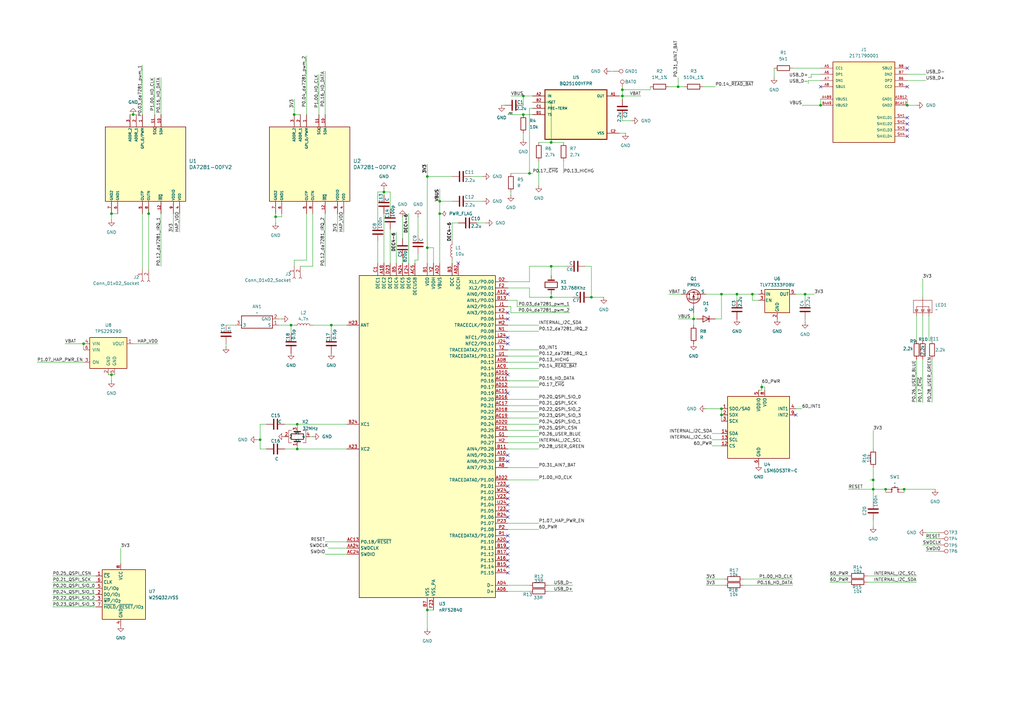
<source format=kicad_sch>
(kicad_sch (version 20250114) (generator "eeschema") (generator_version "9.0")
  (paper "A3")
  (title_block (title "Hapsole_Smart_Device") (date "2025-06-04") (rev "Rev 1.2.0") (company "Hapsole"))
  (junction (at 358.14 200.66))
  (junction (at 175.26 250.19))
  (junction (at 295.91 170.18))
  (junction (at 175.26 101.6))
  (junction (at 284.48 130.81))
  (junction (at 45.72 153.67))
  (junction (at 214.63 46.99))
  (junction (at 226.06 109.22))
  (junction (at 217.17 71.12))
  (junction (at 214.63 39.37))
  (junction (at 255.27 36.83))
  (junction (at 312.42 158.75))
  (junction (at 278.13 35.56))
  (junction (at 106.68 180.34))
  (junction (at 336.55 43.18))
  (junction (at 34.29 140.97))
  (junction (at 295.91 120.65))
  (junction (at 175.26 72.39))
  (junction (at 60.96 87.63))
  (junction (at 308.61 120.65))
  (junction (at 358.14 196.85))
  (junction (at 180.34 82.55))
  (junction (at 120.65 46.99))
  (junction (at 295.91 167.64))
  (junction (at 363.22 200.66))
  (junction (at 121.92 184.15))
  (junction (at 372.11 43.18))
  (junction (at 119.38 133.35))
  (junction (at 157.48 78.74))
  (junction (at 226.06 58.42))
  (junction (at 45.72 87.63))
  (junction (at 54.61 46.99))
  (junction (at 255.27 39.37))
  (junction (at 113.03 88.9))
  (junction (at 121.92 173.99))
  (junction (at 180.34 87.63))
  (junction (at 370.84 200.66))
  (junction (at 242.57 121.92))
  (junction (at 226.06 121.92))
  (junction (at 135.89 133.35))
  (junction (at 330.2 120.65))
  (junction (at 302.26 120.65))
  (no_connect (at 372.11 50.8))
  (no_connect (at 372.11 53.34))
  (no_connect (at 326.39 170.18))
  (no_connect (at 208.28 204.47))
  (no_connect (at 208.28 234.95))
  (no_connect (at 208.28 140.97))
  (no_connect (at 208.28 227.33))
  (no_connect (at 187.96 107.95))
  (no_connect (at 208.28 189.23))
  (no_connect (at 208.28 232.41))
  (no_connect (at 372.11 27.94))
  (no_connect (at 208.28 219.71))
  (no_connect (at 208.28 229.87))
  (no_connect (at 208.28 222.25))
  (no_connect (at 208.28 128.27))
  (no_connect (at 372.11 48.26))
  (no_connect (at 208.28 130.81))
  (no_connect (at 208.28 212.09))
  (no_connect (at 336.55 35.56))
  (no_connect (at 208.28 186.69))
  (no_connect (at 208.28 161.29))
  (no_connect (at 372.11 35.56))
  (no_connect (at 208.28 224.79))
  (no_connect (at 372.11 55.88))
  (no_connect (at 208.28 199.39))
  (no_connect (at 208.28 120.65))
  (no_connect (at 208.28 201.93))
  (no_connect (at 208.28 209.55))
  (no_connect (at 208.28 153.67))
  (no_connect (at 208.28 207.01))
  (no_connect (at 208.28 138.43))
  (wire (pts (xy 198.12 82.55) (xy 193.04 82.55)))
  (wire (pts (xy 220.98 166.37) (xy 208.28 166.37)))
  (wire (pts (xy 209.55 125.73) (xy 208.28 125.73)))
  (wire (pts (xy 208.28 46.99) (xy 214.63 46.99)))
  (wire (pts (xy 328.93 167.64) (xy 326.39 167.64)))
  (wire (pts (xy 185.42 91.44) (xy 187.96 91.44)))
  (wire (pts (xy 58.42 26.67) (xy 58.42 46.99)))
  (wire (pts (xy 208.28 118.11) (xy 217.17 118.11)))
  (wire (pts (xy 381 139.7) (xy 382.27 139.7)))
  (wire (pts (xy 157.48 78.74) (xy 154.94 78.74)))
  (wire (pts (xy 205.74 43.18) (xy 207.01 43.18)))
  (wire (pts (xy 284.48 133.35) (xy 284.48 130.81)))
  (wire (pts (xy 331.47 31.75) (xy 332.74 31.75)))
  (wire (pts (xy 45.72 153.67) (xy 44.45 153.67)))
  (wire (pts (xy 332.74 30.48) (xy 336.55 30.48)))
  (wire (pts (xy 128.27 87.63) (xy 128.27 109.22)))
  (wire (pts (xy 255.27 40.64) (xy 255.27 39.37)))
  (wire (pts (xy 217.17 242.57) (xy 208.28 242.57)))
  (wire (pts (xy 217.17 240.03) (xy 208.28 240.03)))
  (wire (pts (xy 106.68 180.34) (xy 106.68 184.15)))
  (wire (pts (xy 180.34 87.63) (xy 180.34 107.95)))
  (wire (pts (xy 114.3 133.35) (xy 119.38 133.35)))
  (wire (pts (xy 125.73 106.68) (xy 125.73 87.63)))
  (wire (pts (xy 106.68 173.99) (xy 109.22 173.99)))
  (wire (pts (xy 375.92 238.76) (xy 355.6 238.76)))
  (wire (pts (xy 381 129.54) (xy 381 139.7)))
  (wire (pts (xy 370.84 200.66) (xy 383.54 200.66)))
  (wire (pts (xy 214.63 46.99) (xy 218.44 46.99)))
  (wire (pts (xy 293.37 130.81) (xy 295.91 130.81)))
  (wire (pts (xy 328.93 43.18) (xy 336.55 43.18)))
  (wire (pts (xy 363.22 200.66) (xy 363.22 201.93)))
  (wire (pts (xy 292.1 182.88) (xy 295.91 182.88)))
  (wire (pts (xy 217.17 115.57) (xy 217.17 109.22)))
  (wire (pts (xy 312.42 158.75) (xy 313.69 158.75)))
  (wire (pts (xy 375.92 43.18) (xy 372.11 43.18)))
  (wire (pts (xy 295.91 130.81) (xy 295.91 120.65)))
  (wire (pts (xy 60.96 85.09) (xy 60.96 87.63)))
  (wire (pts (xy 247.65 121.92) (xy 242.57 121.92)))
  (wire (pts (xy 154.94 78.74) (xy 154.94 91.44)))
  (wire (pts (xy 379.73 33.02) (xy 372.11 33.02)))
  (wire (pts (xy 312.42 158.75) (xy 312.42 160.02)))
  (wire (pts (xy 121.92 182.88) (xy 121.92 184.15)))
  (wire (pts (xy 185.42 82.55) (xy 180.34 82.55)))
  (wire (pts (xy 231.14 58.42) (xy 226.06 58.42)))
  (wire (pts (xy 220.98 143.51) (xy 208.28 143.51)))
  (wire (pts (xy 234.95 240.03) (xy 224.79 240.03)))
  (wire (pts (xy 53.34 46.99) (xy 54.61 46.99)))
  (wire (pts (xy 255.27 39.37) (xy 262.89 39.37)))
  (wire (pts (xy 312.42 160.02) (xy 311.15 160.02)))
  (wire (pts (xy 358.14 205.74) (xy 358.14 200.66)))
  (wire (pts (xy 274.32 120.65) (xy 279.4 120.65)))
  (wire (pts (xy 358.14 176.53) (xy 358.14 184.15)))
  (wire (pts (xy 113.03 91.44) (xy 113.03 88.9)))
  (wire (pts (xy 193.04 72.39) (xy 198.12 72.39)))
  (wire (pts (xy 66.04 31.75) (xy 66.04 46.99)))
  (wire (pts (xy 220.98 179.07) (xy 208.28 179.07)))
  (wire (pts (xy 358.14 196.85) (xy 358.14 200.66)))
  (wire (pts (xy 121.92 184.15) (xy 142.24 184.15)))
  (wire (pts (xy 106.68 173.99) (xy 106.68 180.34)))
  (wire (pts (xy 175.26 67.31) (xy 175.26 72.39)))
  (wire (pts (xy 347.98 200.66) (xy 358.14 200.66)))
  (wire (pts (xy 130.81 30.48) (xy 130.81 46.99)))
  (wire (pts (xy 133.35 109.22) (xy 133.35 87.63)))
  (wire (pts (xy 54.61 46.99) (xy 55.88 46.99)))
  (wire (pts (xy 325.12 237.49) (xy 304.8 237.49)))
  (wire (pts (xy 175.26 257.81) (xy 175.26 250.19)))
  (wire (pts (xy 311.15 123.19) (xy 308.61 123.19)))
  (wire (pts (xy 167.64 87.63) (xy 167.64 107.95)))
  (wire (pts (xy 142.24 173.99) (xy 121.92 173.99)))
  (wire (pts (xy 21.59 246.38) (xy 39.37 246.38)))
  (wire (pts (xy 92.71 142.24) (xy 92.71 140.97)))
  (wire (pts (xy 21.59 238.76) (xy 39.37 238.76)))
  (wire (pts (xy 45.72 153.67) (xy 46.99 153.67)))
  (wire (pts (xy 115.57 130.81) (xy 114.3 130.81)))
  (wire (pts (xy 34.29 143.51) (xy 34.29 140.97)))
  (wire (pts (xy 284.48 130.81) (xy 285.75 130.81)))
  (wire (pts (xy 325.12 240.03) (xy 304.8 240.03)))
  (wire (pts (xy 217.17 44.45) (xy 217.17 71.12)))
  (wire (pts (xy 289.56 237.49) (xy 297.18 237.49)))
  (wire (pts (xy 220.98 184.15) (xy 208.28 184.15)))
  (wire (pts (xy 63.5 31.75) (xy 63.5 46.99)))
  (wire (pts (xy 340.36 238.76) (xy 347.98 238.76)))
  (wire (pts (xy 336.55 40.64) (xy 336.55 43.18)))
  (wire (pts (xy 233.68 125.73) (xy 212.09 125.73)))
  (wire (pts (xy 232.41 109.22) (xy 226.06 109.22)))
  (wire (pts (xy 125.73 22.86) (xy 125.73 46.99)))
  (wire (pts (xy 119.38 133.35) (xy 120.65 133.35)))
  (wire (pts (xy 379.73 220.98) (xy 384.81 220.98)))
  (wire (pts (xy 331.47 34.29) (xy 331.47 33.02)))
  (wire (pts (xy 199.39 91.44) (xy 195.58 91.44)))
  (wire (pts (xy 106.68 184.15) (xy 109.22 184.15)))
  (wire (pts (xy 209.55 78.74) (xy 209.55 80.01)))
  (wire (pts (xy 209.55 128.27) (xy 209.55 125.73)))
  (wire (pts (xy 66.04 109.22) (xy 66.04 87.63)))
  (wire (pts (xy 175.26 250.19) (xy 177.8 250.19)))
  (wire (pts (xy 332.74 31.75) (xy 332.74 30.48)))
  (wire (pts (xy 209.55 39.37) (xy 214.63 39.37)))
  (wire (pts (xy 58.42 110.49) (xy 58.42 87.63)))
  (wire (pts (xy 295.91 120.65) (xy 302.26 120.65)))
  (wire (pts (xy 331.47 33.02) (xy 336.55 33.02)))
  (wire (pts (xy 278.13 35.56) (xy 280.67 35.56)))
  (wire (pts (xy 312.42 157.48) (xy 312.42 158.75)))
  (wire (pts (xy 208.28 163.83) (xy 220.98 163.83)))
  (wire (pts (xy 370.84 200.66) (xy 370.84 201.93)))
  (wire (pts (xy 160.02 86.36) (xy 160.02 78.74)))
  (wire (pts (xy 138.43 95.25) (xy 138.43 87.63)))
  (wire (pts (xy 356.87 196.85) (xy 358.14 196.85)))
  (wire (pts (xy 326.39 120.65) (xy 330.2 120.65)))
  (wire (pts (xy 119.38 137.16) (xy 119.38 133.35)))
  (wire (pts (xy 278.13 31.75) (xy 278.13 35.56)))
  (wire (pts (xy 133.35 29.21) (xy 133.35 46.99)))
  (wire (pts (xy 217.17 44.45) (xy 218.44 44.45)))
  (wire (pts (xy 274.32 35.56) (xy 278.13 35.56)))
  (wire (pts (xy 375.92 139.7) (xy 375.92 129.54)))
  (wire (pts (xy 214.63 39.37) (xy 218.44 39.37)))
  (wire (pts (xy 302.26 123.19) (xy 302.26 120.65)))
  (wire (pts (xy 21.59 236.22) (xy 39.37 236.22)))
  (wire (pts (xy 45.72 90.17) (xy 45.72 87.63)))
  (wire (pts (xy 302.26 120.65) (xy 308.61 120.65)))
  (wire (pts (xy 54.61 140.97) (xy 64.77 140.97)))
  (wire (pts (xy 133.35 222.25) (xy 142.24 222.25)))
  (wire (pts (xy 295.91 167.64) (xy 295.91 170.18)))
  (wire (pts (xy 115.57 87.63) (xy 115.57 88.9)))
  (wire (pts (xy 220.98 168.91) (xy 208.28 168.91)))
  (wire (pts (xy 120.65 46.99) (xy 123.19 46.99)))
  (wire (pts (xy 278.13 130.81) (xy 284.48 130.81)))
  (wire (pts (xy 256.54 54.61) (xy 254 54.61)))
  (wire (pts (xy 217.17 121.92) (xy 226.06 121.92)))
  (wire (pts (xy 379.73 226.06) (xy 384.81 226.06)))
  (wire (pts (xy 135.89 133.35) (xy 142.24 133.35)))
  (wire (pts (xy 217.17 71.12) (xy 209.55 71.12)))
  (wire (pts (xy 295.91 170.18) (xy 295.91 172.72)))
  (wire (pts (xy 375.92 236.22) (xy 355.6 236.22)))
  (wire (pts (xy 140.97 95.25) (xy 140.97 87.63)))
  (wire (pts (xy 233.68 128.27) (xy 209.55 128.27)))
  (wire (pts (xy 220.98 171.45) (xy 208.28 171.45)))
  (wire (pts (xy 234.95 121.92) (xy 226.06 121.92)))
  (wire (pts (xy 185.42 99.06) (xy 185.42 91.44)))
  (wire (pts (xy 212.09 125.73) (xy 212.09 123.19)))
  (wire (pts (xy 218.44 41.91) (xy 226.06 41.91)))
  (wire (pts (xy 242.57 109.22) (xy 242.57 121.92)))
  (wire (pts (xy 292.1 177.8) (xy 295.91 177.8)))
  (wire (pts (xy 208.28 115.57) (xy 217.17 115.57)))
  (wire (pts (xy 220.98 214.63) (xy 208.28 214.63)))
  (wire (pts (xy 134.62 224.79) (xy 142.24 224.79)))
  (wire (pts (xy 171.45 104.14) (xy 171.45 106.68)))
  (wire (pts (xy 49.53 224.79) (xy 49.53 231.14)))
  (wire (pts (xy 325.12 27.94) (xy 336.55 27.94)))
  (wire (pts (xy 15.24 148.59) (xy 34.29 148.59)))
  (wire (pts (xy 135.89 137.16) (xy 135.89 133.35)))
  (wire (pts (xy 220.98 156.21) (xy 208.28 156.21)))
  (wire (pts (xy 289.56 167.64) (xy 295.91 167.64)))
  (wire (pts (xy 177.8 107.95) (xy 177.8 101.6)))
  (wire (pts (xy 154.94 99.06) (xy 154.94 107.95)))
  (wire (pts (xy 255.27 49.53) (xy 255.27 48.26)))
  (wire (pts (xy 330.2 120.65) (xy 334.01 120.65)))
  (wire (pts (xy 177.8 101.6) (xy 175.26 101.6)))
  (wire (pts (xy 220.98 181.61) (xy 208.28 181.61)))
  (wire (pts (xy 26.67 140.97) (xy 34.29 140.97)))
  (wire (pts (xy 21.59 248.92) (xy 39.37 248.92)))
  (wire (pts (xy 358.14 191.77) (xy 358.14 196.85)))
  (wire (pts (xy 313.69 158.75) (xy 313.69 160.02)))
  (wire (pts (xy 379.73 30.48) (xy 372.11 30.48)))
  (wire (pts (xy 171.45 106.68) (xy 170.18 106.68)))
  (wire (pts (xy 378.46 114.3) (xy 378.46 121.92)))
  (wire (pts (xy 214.63 43.18) (xy 214.63 39.37)))
  (wire (pts (xy 92.71 133.35) (xy 96.52 133.35)))
  (wire (pts (xy 284.48 130.81) (xy 284.48 128.27)))
  (wire (pts (xy 162.56 95.25) (xy 162.56 107.95)))
  (wire (pts (xy 242.57 109.22) (xy 240.03 109.22)))
  (wire (pts (xy 175.26 101.6) (xy 175.26 107.95)))
  (wire (pts (xy 378.46 129.54) (xy 378.46 139.7)))
  (wire (pts (xy 71.12 87.63) (xy 71.12 95.25)))
  (wire (pts (xy 226.06 41.91) (xy 226.06 58.42)))
  (wire (pts (xy 157.48 107.95) (xy 157.48 87.63)))
  (wire (pts (xy 220.98 151.13) (xy 208.28 151.13)))
  (wire (pts (xy 220.98 133.35) (xy 208.28 133.35)))
  (wire (pts (xy 133.35 227.33) (xy 142.24 227.33)))
  (wire (pts (xy 226.06 121.92) (xy 226.06 120.65)))
  (wire (pts (xy 170.18 106.68) (xy 170.18 107.95)))
  (wire (pts (xy 185.42 106.68) (xy 185.42 107.95)))
  (wire (pts (xy 220.98 191.77) (xy 208.28 191.77)))
  (wire (pts (xy 217.17 109.22) (xy 226.06 109.22)))
  (wire (pts (xy 73.66 95.25) (xy 73.66 87.63)))
  (wire (pts (xy 165.1 88.9) (xy 165.1 97.79)))
  (wire (pts (xy 218.44 71.12) (xy 217.17 71.12)))
  (wire (pts (xy 45.72 87.63) (xy 48.26 87.63)))
  (wire (pts (xy 226.06 109.22) (xy 226.06 113.03)))
  (wire (pts (xy 220.98 173.99) (xy 208.28 173.99)))
  (wire (pts (xy 157.48 78.74) (xy 157.48 80.01)))
  (wire (pts (xy 220.98 158.75) (xy 208.28 158.75)))
  (wire (pts (xy 157.48 77.47) (xy 157.48 78.74)))
  (wire (pts (xy 212.09 123.19) (xy 208.28 123.19)))
  (wire (pts (xy 220.98 135.89) (xy 208.28 135.89)))
  (wire (pts (xy 266.7 36.83) (xy 255.27 36.83)))
  (wire (pts (xy 116.84 184.15) (xy 121.92 184.15)))
  (wire (pts (xy 266.7 36.83) (xy 266.7 35.56)))
  (wire (pts (xy 224.79 242.57) (xy 234.95 242.57)))
  (wire (pts (xy 308.61 123.19) (xy 308.61 120.65)))
  (wire (pts (xy 116.84 173.99) (xy 121.92 173.99)))
  (wire (pts (xy 250.19 29.21) (xy 251.46 29.21)))
  (wire (pts (xy 220.98 148.59) (xy 208.28 148.59)))
  (wire (pts (xy 372.11 40.64) (xy 372.11 43.18)))
  (wire (pts (xy 120.65 40.64) (xy 120.65 46.99)))
  (wire (pts (xy 21.59 241.3) (xy 39.37 241.3)))
  (wire (pts (xy 175.26 72.39) (xy 175.26 101.6)))
  (wire (pts (xy 21.59 243.84) (xy 39.37 243.84)))
  (wire (pts (xy 289.56 120.65) (xy 295.91 120.65)))
  (wire (pts (xy 330.2 123.19) (xy 330.2 120.65)))
  (wire (pts (xy 375.92 165.1) (xy 375.92 147.32)))
  (wire (pts (xy 226.06 58.42) (xy 220.98 58.42)))
  (wire (pts (xy 123.19 109.22) (xy 128.27 109.22)))
  (wire (pts (xy 317.5 27.94) (xy 317.5 31.75)))
  (wire (pts (xy 382.27 165.1) (xy 382.27 147.32)))
  (wire (pts (xy 45.72 153.67) (xy 45.72 156.21)))
  (wire (pts (xy 160.02 93.98) (xy 160.02 107.95)))
  (wire (pts (xy 105.41 180.34) (xy 106.68 180.34)))
  (wire (pts (xy 165.1 105.41) (xy 165.1 107.95)))
  (wire (pts (xy 217.17 118.11) (xy 217.17 121.92)))
  (wire (pts (xy 293.37 35.56) (xy 288.29 35.56)))
  (wire (pts (xy 60.96 110.49) (xy 60.96 87.63)))
  (wire (pts (xy 358.14 215.9) (xy 358.14 213.36)))
  (wire (pts (xy 378.46 165.1) (xy 378.46 147.32)))
  (wire (pts (xy 113.03 88.9) (xy 113.03 87.63)))
  (wire (pts (xy 289.56 240.03) (xy 297.18 240.03)))
  (wire (pts (xy 254 39.37) (xy 255.27 39.37)))
  (wire (pts (xy 220.98 146.05) (xy 208.28 146.05)))
  (wire (pts (xy 121.92 173.99) (xy 121.92 175.26)))
  (wire (pts (xy 378.46 223.52) (xy 384.81 223.52)))
  (wire (pts (xy 120.65 109.22) (xy 120.65 106.68)))
  (wire (pts (xy 255.27 36.83) (xy 255.27 39.37)))
  (wire (pts (xy 157.48 78.74) (xy 160.02 78.74)))
  (wire (pts (xy 120.65 106.68) (xy 125.73 106.68)))
  (wire (pts (xy 220.98 217.17) (xy 208.28 217.17)))
  (wire (pts (xy 231.14 71.12) (xy 231.14 66.04)))
  (wire (pts (xy 180.34 82.55) (xy 180.34 87.63)))
  (wire (pts (xy 185.42 72.39) (xy 175.26 72.39)))
  (wire (pts (xy 115.57 88.9) (xy 113.03 88.9)))
  (wire (pts (xy 340.36 236.22) (xy 347.98 236.22)))
  (wire (pts (xy 358.14 200.66) (xy 363.22 200.66)))
  (wire (pts (xy 292.1 180.34) (xy 295.91 180.34)))
  (wire (pts (xy 171.45 88.9) (xy 171.45 96.52)))
  (wire (pts (xy 180.34 77.47) (xy 180.34 82.55)))
  (wire (pts (xy 128.27 179.07) (xy 127 179.07)))
  (wire (pts (xy 128.27 133.35) (xy 135.89 133.35)))
  (wire (pts (xy 220.98 76.2) (xy 220.98 66.04)))
  (wire (pts (xy 330.2 132.08) (xy 330.2 130.81)))
  (wire (pts (xy 308.61 120.65) (xy 311.15 120.65)))
  (wire (pts (xy 220.98 176.53) (xy 208.28 176.53)))
  (wire (pts (xy 214.63 57.15) (xy 214.63 54.61)))
  (wire (pts (xy 220.98 196.85) (xy 208.28 196.85)))
  (wire (pts (xy 259.08 49.53) (xy 255.27 49.53)))
  (wire (pts (xy 379.73 218.44) (xy 384.81 218.44)))
  (label "INTERNAL_I2C_SCL" (at 292.1 180.34 180))
  (label "P0.16_HD_DATA" (at 220.98 156.21 0))
  (label "P0.25_QSPI_CSN" (at 220.98 176.53 0))
  (label "P0.31_AIN7_BAT" (at 278.13 31.75 90))
  (label "3V3" (at 289.56 240.03 0))
  (label "P0.25_QSPI_CSN" (at 21.59 236.22 0))
  (label "6D_INT1" (at 328.93 167.64 0))
  (label "P1.00_HD_CLK" (at 63.5 31.75 270))
  (label "SWDCLK" (at 134.62 224.79 180))
  (label "RESET" (at 379.73 220.98 0))
  (label "VBUS" (at 278.13 130.81 0))
  (label "INTERNAL_I2C_SCL" (at 375.92 236.22 180))
  (label "3V3" (at 120.65 40.64 270))
  (label "P0.13_HICHG" (at 220.98 148.59 0))
  (label "6D_INT1" (at 220.98 143.51 0))
  (label "P0.12_da7281_IRQ_2" (at 133.35 109.22 90))
  (label "USB_D-" (at 379.73 30.48 0))
  (label "INTERNAL_I2C_SDA" (at 292.1 177.8 180))
  (label "6D_PWR" (at 340.36 236.22 0))
  (label "VBUS" (at 209.55 39.37 0))
  (label "INTERNAL_I2C_SDA" (at 220.98 133.35 0))
  (label "P0.23_QSPI_SIO_3" (at 220.98 171.45 0))
  (label "6D_PWR" (at 220.98 217.17 0))
  (label "VBUS" (at 180.34 77.47 270) (effects (font (thickness 0.254) (bold yes))))
  (label "SWDIO" (at 133.35 227.33 180))
  (label "P0.14_~{READ_BAT}" (at 293.37 35.56 0))
  (label "3V3" (at 49.53 224.79 0))
  (label "P0.22_QSPI_SIO_2" (at 21.59 246.38 0))
  (label "P0.04_da7281_pwm_2" (at 125.73 22.86 270))
  (label "P0.17_~{CHG}" (at 218.44 71.12 0))
  (label "P0.20_QSPI_SIO_0" (at 21.59 241.3 0))
  (label "P1.00_HD_CLK" (at 220.98 196.85 0))
  (label "6D_PWR" (at 292.1 182.88 180))
  (label "3V3" (at 334.01 120.65 0))
  (label "P0.17_~{CHG}" (at 378.46 165.1 90))
  (label "HAP_VDD" (at 140.97 95.25 90))
  (label "6D_PWR" (at 312.42 157.48 0))
  (label "P1.00_HD_CLK" (at 130.81 30.48 270))
  (label "P0.12_da7281_IRQ_1" (at 220.98 146.05 0))
  (label "P0.31_AIN7_BAT" (at 220.98 191.77 0))
  (label "P0.12_da7281_IRQ_2" (at 220.98 135.89 0))
  (label "USB_D+" (at 379.73 33.02 0))
  (label "3V3" (at 378.46 114.3 0))
  (label "P0.17_~{CHG}" (at 220.98 158.75 0))
  (label "SWDIO" (at 379.73 226.06 0))
  (label "P0.20_QSPI_SIO_0" (at 220.98 163.83 0))
  (label "SWDCLK" (at 378.46 223.52 0))
  (label "P0.22_QSPI_SIO_2" (at 220.98 168.91 0))
  (label "P1.07_HAP_PWR_EN" (at 15.24 148.59 0))
  (label "P0.16_HD_DATA" (at 133.35 29.21 270))
  (label "P1.00_HD_CLK" (at 325.12 237.49 180))
  (label "DEC4-6" (at 185.42 99.06 90) (effects (font (thickness 0.254) (bold yes))))
  (label "VBUS" (at 328.93 43.18 180))
  (label "DEC4-6" (at 162.56 95.25 270) (effects (font (thickness 0.254) (bold yes))))
  (label "DEC4-6" (at 167.64 87.63 270) (effects (font (thickness 0.254) (bold yes))))
  (label "INTERNAL_I2C_SCL" (at 220.98 181.61 0))
  (label "P1.07_HAP_PWR_EN" (at 220.98 214.63 0))
  (label "P0.12_da7281_IRQ_1" (at 66.04 109.22 90))
  (label "P0.24_QSPI_SIO_1" (at 220.98 173.99 0))
  (label "3V3" (at 358.14 176.53 0))
  (label "P0.16_HD_DATA" (at 325.12 240.03 180))
  (label "P0.16_HD_DATA" (at 66.04 31.75 270))
  (label "VBAT" (at 26.67 140.97 0))
  (label "3V3" (at 289.56 237.49 0))
  (label "P0.04_da7281_pwm_2" (at 233.68 128.27 180))
  (label "USB_D+" (at 331.47 31.75 180))
  (label "P0.28_USER_GREEN" (at 220.98 184.15 0))
  (label "3V3" (at 71.12 95.25 90))
  (label "P0.21_QSPI_SCK" (at 220.98 166.37 0))
  (label "3V3" (at 138.43 95.25 90))
  (label "3V3" (at 175.26 67.31 270) (effects (font (thickness 0.254) (bold yes))))
  (label "6D_PWR" (at 340.36 238.76 0))
  (label "P0.21_QSPI_SCK" (at 21.59 238.76 0))
  (label "P0.28_USER_GREEN" (at 382.27 165.1 90))
  (label "{slash}CE" (at 208.28 46.99 0) (effects (font (size 0.635 0.635))))
  (label "HAP_VDD" (at 64.77 140.97 180))
  (label "USB_D+" (at 234.95 242.57 180))
  (label "P0.26_USER_BLUE" (at 375.92 165.1 90))
  (label "P0.03_da7281_pwm_1" (at 58.42 26.67 270))
  (label "P0.26_USER_BLUE" (at 220.98 179.07 0))
  (label "VBAT" (at 274.32 120.65 0))
  (label "USB_D-" (at 234.95 240.03 180))
  (label "P0.03_da7281_pwm_1" (at 233.68 125.73 180))
  (label "VBAT" (at 262.89 39.37 180))
  (label "P0.23_QSPI_SIO_3" (at 21.59 248.92 0))
  (label "INTERNAL_I2C_SDA" (at 375.92 238.76 180))
  (label "USB_D-" (at 331.47 34.29 180))
  (label "P0.24_QSPI_SIO_1" (at 21.59 243.84 0))
  (label "RESET" (at 133.35 222.25 180))
  (label "P0.13_HICHG" (at 231.14 71.12 0))
  (label "HAP_VDD" (at 73.66 95.25 90))
  (label "P0.14_~{READ_BAT}" (at 220.98 151.13 0))
  (label "RESET" (at 347.98 200.66 0))
  (symbol (lib_id "Device:C") (at 154.94 95.25 180) (unit 1)
    (property "Reference" "C8" (at 153.67 92.71 90))
    (property "Value" "100n" (at 155.956 91.44 90))
    (property "Footprint" "Capacitor_SMD:C_0201_0603Metric" (effects (hide yes)))
    (property "Description" "Unpolarized capacitor" (effects (hide yes)))
  )
  (symbol (lib_id "Device:R") (at 375.92 143.51 180) (unit 1)
    (property "Reference" "R9" (at 373.126 139.954 0) (effects (justify right)))
    (property "Value" "2.2k" (at 370.332 143.002 0) (effects (justify right)))
    (property "Footprint" "Resistor_SMD:R_0201_0603Metric" (effects (hide yes)))
    (property "Description" "Resistor" (effects (hide yes)))
  )
  (symbol (lib_id "Device:R") (at 321.31 27.94 90) (unit 1)
    (property "Reference" "R1" (at 321.31 21.59 90))
    (property "Value" "5k1" (at 321.31 24.13 90))
    (property "Footprint" "Resistor_SMD:R_0201_0603Metric" (effects (hide yes)))
    (property "Description" "Resistor" (effects (hide yes)))
  )
  (symbol (lib_id "Connector:TestPoint") (at 384.81 218.44 270) (unit 1)
    (property "Reference" "TP3" (at 389.128 218.44 90) (effects (justify left)))
    (property "Value" "TestPoint" (effects (hide yes)))
    (property "Footprint" "TestPoint:TestPoint_Pad_1.0x1.0mm" (effects (hide yes)))
    (property "Description" "test point" (effects (hide yes)))
  )
  (symbol (lib_id "Arjun_Custom:RGB_LED_P4_1010") (at 381 125.73 270) (unit 1)
    (property "Reference" "LED1" (at 383.54 125.0949 90) (effects (justify left)))
    (property "Value" "~" (at 383.54 127 90) (effects (justify left)))
    (property "Footprint" "Hapsole_Custom:RGB_LED" (effects (hide yes)))
  )
  (symbol (lib_id "Device:R") (at 220.98 240.03 270) (unit 1)
    (property "Reference" "R12" (at 220.98 236.474 90))
    (property "Value" "33R" (at 220.98 238.252 90))
    (property "Footprint" "Resistor_SMD:R_0201_0603Metric" (effects (hide yes)))
    (property "Description" "Resistor" (effects (hide yes)))
  )
  (symbol (lib_id "power:GND") (at 54.61 46.99 180) (unit 1)
    (property "Reference" "#PWR038" (effects (hide yes)))
    (property "Value" "GND" (at 54.61 41.91 0))
    (property "Description" "Power symbol creates a global label with name \"GND\" , ground" (effects (hide yes)))
  )
  (symbol (lib_id "power:GND") (at 317.5 31.75 0) (unit 1)
    (property "Reference" "#PWR02" (effects (hide yes)))
    (property "Value" "GND" (at 317.5 36.83 0))
    (property "Description" "Power symbol creates a global label with name \"GND\" , ground" (effects (hide yes)))
  )
  (symbol (lib_id "Device:R") (at 209.55 74.93 180) (unit 1)
    (property "Reference" "R5" (at 212.09 73.6599 0) (effects (justify right)))
    (property "Value" "R" (at 212.09 76.1999 0) (effects (justify right)))
    (property "Footprint" "Resistor_SMD:R_0201_0603Metric" (effects (hide yes)))
    (property "Description" "Resistor" (effects (hide yes)))
  )
  (symbol (lib_id "MCU_Nordic:nRF52840") (at 175.26 179.07 0) (unit 1)
    (property "Reference" "U3" (at 179.9433 247.65 0) (effects (justify left)))
    (property "Value" "nRF52840" (at 179.9433 250.19 0) (effects (justify left)))
    (property "Footprint" "Package_DFN_QFN:Nordic_AQFN-73-1EP_7x7mm_P0.5mm" (effects (hide yes)))
    (property "Datasheet" "http://infocenter.nordicsemi.com/topic/com.nordic.infocenter.nrf52/dita/nrf52/chips/nrf52840.html" (effects (hide yes)))
    (property "Description" "Multiprotocol BLE/ANT/2.4 GHz/802.15.4 Cortex-M4F SoC, AQFN-73" (effects (hide yes)))
  )
  (symbol (lib_id "Device:R") (at 351.79 236.22 270) (unit 1)
    (property "Reference" "R14" (at 351.79 232.664 90))
    (property "Value" "10k" (at 351.79 234.442 90))
    (property "Footprint" "Resistor_SMD:R_0201_0603Metric" (effects (hide yes)))
    (property "Description" "Resistor" (effects (hide yes)))
  )
  (symbol (lib_id "Sensor_Motion:LSM6DS3") (at 311.15 175.26 0) (unit 1)
    (property "Reference" "U4" (at 313.2933 190.5 0) (effects (justify left)))
    (property "Value" "LSM6DS3TR-C" (at 313.2933 193.04 0) (effects (justify left)))
    (property "Footprint" "Package_LGA:LGA-14_3x2.5mm_P0.5mm_LayoutBorder3x4y" (effects (hide yes)))
    (property "Datasheet" "https://www.st.com/resource/en/datasheet/lsm6ds3tr-c.pdf" (effects (hide yes)))
    (property "Description" "I2C/SPI, iNEMO inertial module: always-on 3D accelerometer and 3D gyroscope" (effects (hide yes)))
  )
  (symbol (lib_id "power:GND") (at 92.71 142.24 0) (unit 1)
    (property "Reference" "#PWR032" (effects (hide yes)))
    (property "Value" "GND" (effects (hide yes)))
    (property "Description" "Power symbol creates a global label with name \"GND\" , ground" (effects (hide yes)))
  )
  (symbol (lib_id "power:GND") (at 198.12 82.55 90) (unit 1)
    (property "Reference" "#PWR024" (effects (hide yes)))
    (property "Value" "GND" (at 201.93 82.5499 90) (effects (justify right)))
    (property "Description" "Power symbol creates a global label with name \"GND\" , ground" (effects (hide yes)))
  )
  (symbol (lib_id "power:GND") (at 330.2 132.08 0) (unit 1)
    (property "Reference" "#PWR016" (effects (hide yes)))
    (property "Value" "GND" (at 330.2 137.16 0))
    (property "Description" "Power symbol creates a global label with name \"GND\" , ground" (effects (hide yes)))
  )
  (symbol (lib_id "Device:C") (at 358.14 209.55 0) (unit 1)
    (property "Reference" "C20" (at 354.584 209.55 90))
    (property "Value" "100n" (at 359.156 205.486 90))
    (property "Footprint" "Capacitor_SMD:C_0201_0603Metric" (effects (hide yes)))
    (property "Description" "Unpolarized capacitor" (effects (hide yes)))
  )
  (symbol (lib_id "Device:C") (at 119.38 140.97 180) (unit 1)
    (property "Reference" "C18" (at 118.11 138.43 90))
    (property "Value" "0.5p" (at 120.396 137.16 90))
    (property "Footprint" "Capacitor_SMD:C_0201_0603Metric" (effects (hide yes)))
    (property "Description" "Unpolarized capacitor" (effects (hide yes)))
  )
  (symbol (lib_id "power:GND") (at 383.54 200.66 0) (unit 1)
    (property "Reference" "#PWR036" (effects (hide yes)))
    (property "Value" "GND" (at 383.54 205.74 0))
    (property "Description" "Power symbol creates a global label with name \"GND\" , ground" (effects (hide yes)))
  )
  (symbol (lib_id "Arjun_Custom:DA7281-00FV2") (at 128.27 68.58 270) (unit 1)
    (property "Reference" "U2" (at 144.78 66.0399 90) (effects (font (size 1.524 1.524)) (justify left)))
    (property "Value" "DA7281-00FV2" (at 144.78 68.5799 90) (effects (font (size 1.524 1.524)) (justify left)))
    (property "Footprint" "Hapsole_Custom:DA7281-00FV2_DIL" (effects (hide yes)))
    (property "Datasheet" "DA7281-00FV2" (effects (hide yes)))
  )
  (symbol (lib_id "Regulator_Linear:TLV73333PDBV") (at 318.77 123.19 0) (unit 1)
    (property "Reference" "U6" (at 318.77 114.3 0))
    (property "Value" "TLV73333PDBV" (at 318.77 116.84 0))
    (property "Footprint" "Package_TO_SOT_SMD:SOT-23-5" (effects (hide yes)))
    (property "Datasheet" "http://www.ti.com/lit/ds/symlink/tlv733p.pdf" (effects (hide yes)))
    (property "Description" "300mA Capacitor-Free Low Dropout Voltage Regulator, Fixed Output 3.3V, SOT-23-5" (effects (hide yes)))
  )
  (symbol (lib_id "Arjun_Custom:YSX221SL") (at 121.92 179.07 90) (unit 1)
    (property "Reference" "X2" (at 125.222 172.974 90))
    (property "Value" "32MHz" (at 127.254 175.768 90))
    (property "Footprint" "Hapsole_Custom:XC" (effects (hide yes)))
  )
  (symbol (lib_id "power:GND") (at 135.89 144.78 0) (unit 1)
    (property "Reference" "#PWR030" (effects (hide yes)))
    (property "Value" "GND" (at 135.89 149.86 0))
    (property "Description" "Power symbol creates a global label with name \"GND\" , ground" (effects (hide yes)))
  )
  (symbol (lib_id "power:GND") (at 379.73 218.44 270) (unit 1)
    (property "Reference" "#PWR039" (effects (hide yes)))
    (property "Value" "GND" (at 375.92 218.4399 90) (effects (justify right)))
    (property "Description" "Power symbol creates a global label with name \"GND\" , ground" (effects (hide yes)))
  )
  (symbol (lib_id "Connector:TestPoint") (at 255.27 36.83 0) (unit 1)
    (property "Reference" "TP1" (effects (hide yes)))
    (property "Value" "BAT0" (at 256.286 33.528 0) (effects (justify left)))
    (property "Footprint" "TestPoint:TestPoint_Pad_D1.5mm" (effects (hide yes)))
    (property "Description" "test point" (effects (hide yes)))
  )
  (symbol (lib_id "Device:C") (at 330.2 127 180) (unit 1)
    (property "Reference" "C4" (at 328.93 124.46 90))
    (property "Value" "2.2u" (at 331.47 123.698 90))
    (property "Footprint" "Capacitor_SMD:C_0201_0603Metric" (effects (hide yes)))
    (property "Description" "Unpolarized capacitor" (effects (hide yes)))
  )
  (symbol (lib_id "Device:R") (at 300.99 240.03 270) (unit 1)
    (property "Reference" "R18" (at 300.736 242.062 90))
    (property "Value" "10k" (at 300.99 243.84 90))
    (property "Footprint" "Resistor_SMD:R_0201_0603Metric" (effects (hide yes)))
    (property "Description" "Resistor" (effects (hide yes)))
  )
  (symbol (lib_id "power:GND") (at 250.19 29.21 270) (unit 1)
    (property "Reference" "#PWR06" (effects (hide yes)))
    (property "Value" "GND" (at 246.38 29.2099 90) (effects (justify right)))
    (property "Description" "Power symbol creates a global label with name \"GND\" , ground" (effects (hide yes)))
  )
  (symbol (lib_id "power:GND") (at 220.98 76.2 0) (unit 1)
    (property "Reference" "#PWR010" (effects (hide yes)))
    (property "Value" "GND" (at 220.98 81.28 0))
    (property "Description" "Power symbol creates a global label with name \"GND\" , ground" (effects (hide yes)))
  )
  (symbol (lib_id "Device:R") (at 220.98 242.57 270) (unit 1)
    (property "Reference" "R13" (at 216.408 243.84 90))
    (property "Value" "33R" (at 220.726 245.11 90))
    (property "Footprint" "Resistor_SMD:R_0201_0603Metric" (effects (hide yes)))
    (property "Description" "Resistor" (effects (hide yes)))
  )
  (symbol (lib_id "power:GND") (at 49.53 256.54 0) (unit 1)
    (property "Reference" "#PWR028" (effects (hide yes)))
    (property "Value" "GND" (at 49.53 261.62 0))
    (property "Description" "Power symbol creates a global label with name \"GND\" , ground" (effects (hide yes)))
  )
  (symbol (lib_id "Arjun_Custom:DPST") (at 367.03 198.12 0) (unit 1)
    (property "Reference" "SW1" (at 367.03 195.58 0))
    (property "Value" "~" (at 367.03 198.12 0))
    (property "Footprint" "Hapsole_Custom:DPST" (effects (hide yes)))
  )
  (symbol (lib_id "Device:R") (at 382.27 143.51 180) (unit 1)
    (property "Reference" "R11" (at 381.254 138.938 0) (effects (justify right)))
    (property "Value" "2.2k" (at 383.54 143.51 0) (effects (justify right)))
    (property "Footprint" "Resistor_SMD:R_0201_0603Metric" (effects (hide yes)))
    (property "Description" "Resistor" (effects (hide yes)))
  )
  (symbol (lib_id "Device:R") (at 214.63 50.8 180) (unit 1)
    (property "Reference" "R4" (at 217.17 49.5299 0) (effects (justify right)))
    (property "Value" "10k" (at 217.17 52.0699 0) (effects (justify right)))
    (property "Footprint" "Resistor_SMD:R_0201_0603Metric" (effects (hide yes)))
    (property "Description" "Resistor" (effects (hide yes)))
  )
  (symbol (lib_id "power:GND") (at 171.45 88.9 180) (unit 1)
    (property "Reference" "#PWR021" (effects (hide yes)))
    (property "Value" "GND" (at 171.45 83.82 0))
    (property "Description" "Power symbol creates a global label with name \"GND\" , ground" (effects (hide yes)))
  )
  (symbol (lib_id "Device:C") (at 171.45 100.33 180) (unit 1)
    (property "Reference" "C9" (at 170.18 97.79 90))
    (property "Value" "C" (at 172.72 98.298 90))
    (property "Footprint" "Capacitor_SMD:C_0201_0603Metric" (effects (hide yes)))
    (property "Description" "Unpolarized capacitor" (effects (hide yes)))
  )
  (symbol (lib_id "Device:C") (at 160.02 90.17 180) (unit 1)
    (property "Reference" "C14" (at 158.75 87.63 90))
    (property "Value" "100p" (at 161.036 86.614 90))
    (property "Footprint" "Capacitor_SMD:C_0201_0603Metric" (effects (hide yes)))
    (property "Description" "Unpolarized capacitor" (effects (hide yes)))
  )
  (symbol (lib_id "power:GND") (at 105.41 180.34 270) (unit 1)
    (property "Reference" "#PWR025" (effects (hide yes)))
    (property "Value" "GND" (at 101.6 180.3399 90) (effects (justify right)))
    (property "Description" "Power symbol creates a global label with name \"GND\" , ground" (effects (hide yes)))
  )
  (symbol (lib_id "Device:R") (at 358.14 187.96 0) (unit 1)
    (property "Reference" "R16" (at 354.584 187.96 90))
    (property "Value" "10k" (at 356.362 187.96 90))
    (property "Footprint" "Resistor_SMD:R_0201_0603Metric" (effects (hide yes)))
    (property "Description" "Resistor" (effects (hide yes)))
  )
  (symbol (lib_id "Device:L") (at 185.42 102.87 180) (unit 1)
    (property "Reference" "L1" (at 186.69 101.5999 0) (effects (justify right)))
    (property "Value" "10u" (at 186.69 104.1399 0) (effects (justify right)))
    (property "Footprint" "Inductor_SMD:L_0402_1005Metric" (effects (hide yes)))
    (property "Description" "Inductor" (effects (hide yes)))
  )
  (symbol (lib_id "Device:C") (at 135.89 140.97 180) (unit 1)
    (property "Reference" "C17" (at 134.62 138.43 90))
    (property "Value" "0.5p" (at 137.16 137.16 90))
    (property "Footprint" "Capacitor_SMD:C_0201_0603Metric" (effects (hide yes)))
    (property "Description" "Unpolarized capacitor" (effects (hide yes)))
  )
  (symbol (lib_id "Device:C") (at 165.1 101.6 180) (unit 1)
    (property "Reference" "C5" (at 164.084 104.14 90))
    (property "Value" "820p" (at 166.116 105.156 90))
    (property "Footprint" "Capacitor_SMD:C_0201_0603Metric" (effects (hide yes)))
    (property "Description" "Unpolarized capacitor" (effects (hide yes)))
  )
  (symbol (lib_id "power:GND") (at 198.12 72.39 90) (unit 1)
    (property "Reference" "#PWR023" (effects (hide yes)))
    (property "Value" "GND" (at 201.93 72.3899 90) (effects (justify right)))
    (property "Description" "Power symbol creates a global label with name \"GND\" , ground" (effects (hide yes)))
  )
  (symbol (lib_id "power:GND") (at 115.57 130.81 90) (unit 1)
    (property "Reference" "#PWR031" (effects (hide yes)))
    (property "Value" "GND" (effects (hide yes)))
    (property "Description" "Power symbol creates a global label with name \"GND\" , ground" (effects (hide yes)))
  )
  (symbol (lib_name "DA7281-00FV2_1") (lib_id "Arjun_Custom:DA7281-00FV2") (at 60.96 68.58 270) (unit 1)
    (property "Reference" "U1" (at 77.47 66.0399 90) (effects (font (size 1.524 1.524)) (justify left)))
    (property "Value" "DA7281-00FV2" (at 77.47 68.5799 90) (effects (font (size 1.524 1.524)) (justify left)))
    (property "Footprint" "Hapsole_Custom:DA7281-00FV2_DIL" (effects (hide yes)))
    (property "Datasheet" "DA7281-00FV2" (effects (hide yes)))
  )
  (symbol (lib_id "Device:R") (at 284.48 35.56 90) (unit 1)
    (property "Reference" "R3" (at 284.48 29.21 90))
    (property "Value" "510k_1%" (at 284.48 31.75 90))
    (property "Footprint" "Resistor_SMD:R_0201_0603Metric" (effects (hide yes)))
    (property "Description" "Resistor" (effects (hide yes)))
  )
  (symbol (lib_id "Device:D") (at 289.56 130.81 180) (unit 1)
    (property "Reference" "D1" (at 289.56 124.46 0))
    (property "Value" "D" (at 289.56 127 0))
    (property "Footprint" "Diode_SMD:D_0603_1608Metric" (effects (hide yes)))
    (property "Description" "Diode" (effects (hide yes)))
    (property "Sim.Device" "D" (effects (hide yes)))
    (property "Sim.Pins" "1=K 2=A" (effects (hide yes)))
  )
  (symbol (lib_id "Device:R") (at 300.99 237.49 270) (unit 1)
    (property "Reference" "R17" (at 300.99 233.934 90))
    (property "Value" "10k" (at 300.99 235.712 90))
    (property "Footprint" "Resistor_SMD:R_0201_0603Metric" (effects (hide yes)))
    (property "Description" "Resistor" (effects (hide yes)))
  )
  (symbol (lib_id "Device:L") (at 124.46 133.35 90) (unit 1)
    (property "Reference" "L2" (at 124.46 128.27 90))
    (property "Value" "4.7n" (at 124.46 130.81 90))
    (property "Footprint" "Inductor_SMD:L_0402_1005Metric" (effects (hide yes)))
    (property "Description" "Inductor" (effects (hide yes)))
  )
  (symbol (lib_id "power:GND") (at 116.84 179.07 270) (unit 1)
    (property "Reference" "#PWR027" (effects (hide yes)))
    (property "Value" "GND" (effects (hide yes)))
    (property "Description" "Power symbol creates a global label with name \"GND\" , ground" (effects (hide yes)))
  )
  (symbol (lib_id "Device:C") (at 255.27 44.45 0) (unit 1)
    (property "Reference" "C2" (at 256.54 46.99 90))
    (property "Value" "2.2u" (at 254 48.006 90))
    (property "Footprint" "Capacitor_SMD:C_0201_0603Metric" (effects (hide yes)))
    (property "Description" "Unpolarized capacitor" (effects (hide yes)))
  )
  (symbol (lib_id "power:GND") (at 205.74 43.18 0) (unit 1)
    (property "Reference" "#PWR04" (effects (hide yes)))
    (property "Value" "GND" (at 205.74 48.26 0))
    (property "Description" "Power symbol creates a global label with name \"GND\" , ground" (effects (hide yes)))
  )
  (symbol (lib_id "Device:C") (at 302.26 127 180) (unit 1)
    (property "Reference" "C3" (at 300.99 124.46 90))
    (property "Value" "2.2u" (at 303.53 123.698 90))
    (property "Footprint" "Capacitor_SMD:C_0201_0603Metric" (effects (hide yes)))
    (property "Description" "Unpolarized capacitor" (effects (hide yes)))
  )
  (symbol (lib_id "power:GND") (at 318.77 130.81 0) (unit 1)
    (property "Reference" "#PWR015" (effects (hide yes)))
    (property "Value" "GND" (at 318.77 135.89 0))
    (property "Description" "Power symbol creates a global label with name \"GND\" , ground" (effects (hide yes)))
  )
  (symbol (lib_id "power:GND") (at 214.63 57.15 0) (unit 1)
    (property "Reference" "#PWR08" (effects (hide yes)))
    (property "Value" "GND" (at 214.63 62.23 0))
    (property "Description" "Power symbol creates a global label with name \"GND\" , ground" (effects (hide yes)))
  )
  (symbol (lib_id "power:GND") (at 302.26 130.81 0) (unit 1)
    (property "Reference" "#PWR014" (effects (hide yes)))
    (property "Value" "GND" (at 302.26 135.89 0))
    (property "Description" "Power symbol creates a global label with name \"GND\" , ground" (effects (hide yes)))
  )
  (symbol (lib_id "Connector:TestPoint") (at 384.81 220.98 270) (unit 1)
    (property "Reference" "TP4" (at 389.128 220.98 90) (effects (justify left)))
    (property "Value" "TestPoint" (effects (hide yes)))
    (property "Footprint" "TestPoint:TestPoint_Pad_1.0x1.0mm" (effects (hide yes)))
    (property "Description" "test point" (effects (hide yes)))
  )
  (symbol (lib_id "Arjun_Custom:ANT") (at 105.41 132.08 180) (unit 1)
    (property "Reference" "AN1" (at 105.41 125.73 0))
    (property "Value" "~" (at 105.41 128.27 0))
    (property "Footprint" "Hapsole_Custom:ANT" (effects (hide yes)))
  )
  (symbol (lib_id "Connector:Conn_01x02_Socket") (at 120.65 114.3 90) (mirror x) (unit 1)
    (property "Reference" "J3" (at 119.38 112.3949 90) (effects (justify left)))
    (property "Value" "Conn_01x02_Socket" (at 119.38 114.9349 90) (effects (justify left)))
    (property "Footprint" "Hapsole_Custom:JST_S2B-ZR-SM4A-TF" (effects (hide yes)))
    (property "Description" "Generic connector, single row, 01x02, script generated" (effects (hide yes)))
  )
  (symbol (lib_id "power:GND") (at 199.39 91.44 90) (unit 1)
    (property "Reference" "#PWR022" (effects (hide yes)))
    (property "Value" "GND" (at 203.2 91.4399 90) (effects (justify right)))
    (property "Description" "Power symbol creates a global label with name \"GND\" , ground" (effects (hide yes)))
  )
  (symbol (lib_id "Device:C") (at 92.71 137.16 180) (unit 1)
    (property "Reference" "C19" (at 91.44 134.62 90))
    (property "Value" "1n" (at 93.98 135.128 90))
    (property "Footprint" "Capacitor_SMD:C_0201_0603Metric" (effects (hide yes)))
    (property "Description" "Unpolarized capacitor" (effects (hide yes)))
  )
  (symbol (lib_id "power:GND") (at 45.72 156.21 0) (unit 1)
    (property "Reference" "#PWR035" (effects (hide yes)))
    (property "Value" "GND" (at 45.72 161.29 0))
    (property "Description" "Power symbol creates a global label with name \"GND\" , ground" (effects (hide yes)))
  )
  (symbol (lib_id "Simulation_SPICE:PMOS") (at 284.48 123.19 90) (unit 1)
    (property "Reference" "Q1" (at 284.48 114.3 90))
    (property "Value" "PMOS" (at 284.48 116.84 90))
    (property "Footprint" "Package_TO_SOT_SMD:SOT-883" (effects (hide yes)))
    (property "Datasheet" "https://ngspice.sourceforge.io/docs/ngspice-html-manual/manual.xhtml#cha_MOSFETs" (effects (hide yes)))
    (property "Description" "P-MOSFET transistor, drain/source/gate" (effects (hide yes)))
    (property "Sim.Device" "PMOS" (effects (hide yes)))
    (property "Sim.Type" "VDMOS" (effects (hide yes)))
    (property "Sim.Pins" "1=D 2=G 3=S" (effects (hide yes)))
  )
  (symbol (lib_id "Device:C") (at 113.03 173.99 270) (unit 1)
    (property "Reference" "C15" (at 113.03 170.434 90))
    (property "Value" "C" (at 114.808 172.974 90))
    (property "Footprint" "Capacitor_SMD:C_0201_0603Metric" (effects (hide yes)))
    (property "Description" "Unpolarized capacitor" (effects (hide yes)))
  )
  (symbol (lib_id "power:GND") (at 113.03 91.44 0) (unit 1)
    (property "Reference" "#PWR033" (effects (hide yes)))
    (property "Value" "GND" (at 113.03 96.52 0))
    (property "Description" "Power symbol creates a global label with name \"GND\" , ground" (effects (hide yes)))
  )
  (symbol (lib_id "Device:C") (at 210.82 43.18 90) (unit 1)
    (property "Reference" "C1" (at 213.36 41.91 90))
    (property "Value" "2.2u" (at 213.868 44.45 90))
    (property "Footprint" "Capacitor_SMD:C_0201_0603Metric" (effects (hide yes)))
    (property "Description" "Unpolarized capacitor" (effects (hide yes)))
  )
  (symbol (lib_id "Device:R") (at 284.48 137.16 180) (unit 1)
    (property "Reference" "R8" (at 287.02 135.8899 0) (effects (justify right)))
    (property "Value" "R" (at 287.02 138.4299 0) (effects (justify right)))
    (property "Footprint" "Resistor_SMD:R_0201_0603Metric" (effects (hide yes)))
    (property "Description" "Resistor" (effects (hide yes)))
  )
  (symbol (lib_id "power:GND") (at 119.38 144.78 0) (unit 1)
    (property "Reference" "#PWR029" (effects (hide yes)))
    (property "Value" "GND" (at 119.38 149.86 0))
    (property "Description" "Power symbol creates a global label with name \"GND\" , ground" (effects (hide yes)))
  )
  (symbol (lib_id "power:GND") (at 209.55 80.01 0) (unit 1)
    (property "Reference" "#PWR09" (effects (hide yes)))
    (property "Value" "GND" (at 209.55 85.09 0))
    (property "Description" "Power symbol creates a global label with name \"GND\" , ground" (effects (hide yes)))
  )
  (symbol (lib_id "Connector:Conn_01x02_Socket") (at 58.42 115.57 90) (mirror x) (unit 1)
    (property "Reference" "J2" (at 57.15 113.6649 90) (effects (justify left)))
    (property "Value" "Conn_01x02_Socket" (at 57.15 116.2049 90) (effects (justify left)))
    (property "Footprint" "Hapsole_Custom:JST_S2B-ZR-SM4A-TF" (effects (hide yes)))
    (property "Description" "Generic connector, single row, 01x02, script generated" (effects (hide yes)))
  )
  (symbol (lib_id "Device:Crystal") (at 226.06 116.84 90) (unit 1)
    (property "Reference" "X1" (at 229.87 115.5699 90) (effects (justify right)))
    (property "Value" "32.768Khz" (at 229.87 118.1099 90) (effects (justify right)))
    (property "Footprint" "Hapsole_Custom:FC135" (effects (hide yes)))
    (property "Description" "Two pin crystal" (effects (hide yes)))
  )
  (symbol (lib_id "Connector:TestPoint") (at 384.81 226.06 270) (unit 1)
    (property "Reference" "TP6" (at 389.128 226.06 90) (effects (justify left)))
    (property "Value" "TestPoint" (effects (hide yes)))
    (property "Footprint" "TestPoint:TestPoint_Pad_1.0x1.0mm" (effects (hide yes)))
    (property "Description" "test point" (effects (hide yes)))
  )
  (symbol (lib_id "power:GND") (at 375.92 43.18 90) (unit 1)
    (property "Reference" "#PWR01" (effects (hide yes)))
    (property "Value" "GND" (at 379.73 43.1799 90) (effects (justify right)))
    (property "Description" "Power symbol creates a global label with name \"GND\" , ground" (effects (hide yes)))
  )
  (symbol (lib_id "Device:C") (at 236.22 109.22 270) (unit 1)
    (property "Reference" "C6" (at 233.68 110.49 90))
    (property "Value" "C" (at 234.188 107.95 90))
    (property "Footprint" "Capacitor_SMD:C_0201_0603Metric" (effects (hide yes)))
    (property "Description" "Unpolarized capacitor" (effects (hide yes)))
  )
  (symbol (lib_id "Arjun_Custom:BQ25100YFPR") (at 236.22 46.99 0) (unit 1)
    (property "Reference" "U5" (at 236.22 31.75 0))
    (property "Value" "BQ25100YFPR" (at 236.22 34.29 0))
    (property "Footprint" "Hapsole_Custom:BGA6N40P3X2_157X88X50N" (effects (hide yes)))
    (property "MF" "Texas Instruments" (effects (hide yes)))
    (property "Description_1" "Standalone 1-cell, 250-mA linear battery charger with 4.2-V charge voltage and prog. pre-charge" (effects (hide yes)))
    (property "Package" "DSBGA-6 Texas Instruments" (effects (hide yes)))
    (property "Price" "None" (effects (hide yes)))
    (property "SnapEDA_Link" "https://www.snapeda.com/parts/BQ25100YFPR/Texas+Instruments/view-part/?ref=snap" (effects (hide yes)))
    (property "MP" "BQ25100YFPR" (effects (hide yes)))
    (property "Availability" "In Stock" (effects (hide yes)))
    (property "Check_prices" "https://www.snapeda.com/parts/BQ25100YFPR/Texas+Instruments/view-part/?ref=eda" (effects (hide yes)))
  )
  (symbol (lib_id "power:GND") (at 175.26 257.81 0) (unit 1)
    (property "Reference" "#PWR017" (effects (hide yes)))
    (property "Value" "GND" (at 175.26 262.89 0))
    (property "Description" "Power symbol creates a global label with name \"GND\" , ground" (effects (hide yes)))
  )
  (symbol (lib_id "power:GND") (at 157.48 77.47 180) (unit 1)
    (property "Reference" "#PWR020" (effects (hide yes)))
    (property "Value" "GND" (at 157.48 72.39 0))
    (property "Description" "Power symbol creates a global label with name \"GND\" , ground" (effects (hide yes)))
  )
  (symbol (lib_id "power:GND") (at 128.27 179.07 90) (unit 1)
    (property "Reference" "#PWR026" (effects (hide yes)))
    (property "Value" "GND" (at 132.08 179.0699 90) (effects (justify right)))
    (property "Description" "Power symbol creates a global label with name \"GND\" , ground" (effects (hide yes)))
  )
  (symbol (lib_id "power:GND") (at 289.56 167.64 270) (unit 1)
    (property "Reference" "#PWR012" (effects (hide yes)))
    (property "Value" "GND" (at 285.75 167.6399 90) (effects (justify right)))
    (property "Description" "Power symbol creates a global label with name \"GND\" , ground" (effects (hide yes)))
  )
  (symbol (lib_id "Device:C") (at 189.23 82.55 90) (unit 1)
    (property "Reference" "C12" (at 192.532 80.772 90))
    (property "Value" "2.2u" (at 192.786 84.074 90))
    (property "Footprint" "Capacitor_SMD:C_0201_0603Metric" (effects (hide yes)))
    (property "Description" "Unpolarized capacitor" (effects (hide yes)))
  )
  (symbol (lib_id "Arjun_Custom:2171790001") (at 354.33 40.64 0) (unit 1)
    (property "Reference" "J1" (at 354.33 20.32 0))
    (property "Value" "2171790001" (at 354.33 22.86 0))
    (property "Footprint" "Hapsole_Custom:MOLEX_2171790001" (effects (hide yes)))
    (property "DigiKey_Part_Number" "900-2171790001CT-ND" (effects (hide yes)))
    (property "SnapEDA_Link" "https://www.snapeda.com/parts/2171790001/Molex/view-part/?ref=snap" (effects (hide yes)))
    (property "OPTION" "MOLEX_CONFIG" (effects (hide yes)))
    (property "MAXIMUM_PACKAGE_HEIGHT" "3.255 mm" (effects (hide yes)))
    (property "Package" "None" (effects (hide yes)))
    (property "Check_prices" "https://www.snapeda.com/parts/2171790001/Molex/view-part/?ref=eda" (effects (hide yes)))
    (property "STANDARD" "Manufacturer Recommendations" (effects (hide yes)))
    (property "PARTREV" "A1" (effects (hide yes)))
    (property "MF" "Molex" (effects (hide yes)))
    (property "MP" "2171790001" (effects (hide yes)))
    (property "Description_1" "Universal Serial Bus (USB) Shielded I/O Receptacle, Type C, Right-Angle, Surface Mount, Top Mount, Single Row, 16 Circuits, Gold (Au) Plating" (effects (hide yes)))
    (property "MANUFACTURER" "Molex" (effects (hide yes)))
    (property "SNAPEDA_PN" "2171790001" (effects (hide yes)))
  )
  (symbol (lib_id "Device:R") (at 351.79 238.76 270) (unit 1)
    (property "Reference" "R15" (at 351.536 240.792 90))
    (property "Value" "10k" (at 351.79 242.57 90))
    (property "Footprint" "Resistor_SMD:R_0201_0603Metric" (effects (hide yes)))
    (property "Description" "Resistor" (effects (hide yes)))
  )
  (symbol (lib_id "Device:R") (at 270.51 35.56 90) (unit 1)
    (property "Reference" "R2" (at 270.51 29.21 90))
    (property "Value" "1M_1%" (at 270.51 31.75 90))
    (property "Footprint" "Resistor_SMD:R_0201_0603Metric" (effects (hide yes)))
    (property "Description" "Resistor" (effects (hide yes)))
  )
  (symbol (lib_id "power:GND") (at 358.14 215.9 0) (unit 1)
    (property "Reference" "#PWR037" (effects (hide yes)))
    (property "Value" "GND" (at 358.14 220.98 0))
    (property "Description" "Power symbol creates a global label with name \"GND\" , ground" (effects (hide yes)))
  )
  (symbol (lib_id "Device:R") (at 378.46 143.51 180) (unit 1)
    (property "Reference" "R10" (at 376.682 139.192 0) (effects (justify right)))
    (property "Value" "2.2k" (at 378.46 145.796 90) (effects (justify right)))
    (property "Footprint" "Resistor_SMD:R_0201_0603Metric" (effects (hide yes)))
    (property "Description" "Resistor" (effects (hide yes)))
  )
  (symbol (lib_id "Connector:TestPoint") (at 251.46 29.21 270) (unit 1)
    (property "Reference" "TP2" (effects (hide yes)))
    (property "Value" "GND1" (at 256.286 29.21 90) (effects (justify left)))
    (property "Footprint" "TestPoint:TestPoint_Pad_D1.5mm" (effects (hide yes)))
    (property "Description" "test point" (effects (hide yes)))
  )
  (symbol (lib_id "Device:R") (at 231.14 62.23 180) (unit 1)
    (property "Reference" "R7" (at 233.68 60.9599 0) (effects (justify right)))
    (property "Value" "2.7k" (at 233.68 63.4999 0) (effects (justify right)))
    (property "Footprint" "Resistor_SMD:R_0201_0603Metric" (effects (hide yes)))
    (property "Description" "Resistor" (effects (hide yes)))
  )
  (symbol (lib_id "power:GND") (at 311.15 190.5 0) (unit 1)
    (property "Reference" "#PWR011" (effects (hide yes)))
    (property "Value" "GND" (at 311.15 195.58 0))
    (property "Description" "Power symbol creates a global label with name \"GND\" , ground" (effects (hide yes)))
  )
  (symbol (lib_id "Device:R") (at 220.98 62.23 180) (unit 1)
    (property "Reference" "R6" (at 223.52 60.9599 0) (effects (justify right)))
    (property "Value" "2.7k" (at 223.52 63.4999 0) (effects (justify right)))
    (property "Footprint" "Resistor_SMD:R_0201_0603Metric" (effects (hide yes)))
    (property "Description" "Resistor" (effects (hide yes)))
  )
  (symbol (lib_id "Device:C") (at 113.03 184.15 270) (unit 1)
    (property "Reference" "C16" (at 113.03 180.848 90))
    (property "Value" "C" (at 113.538 188.214 90))
    (property "Footprint" "Capacitor_SMD:C_0201_0603Metric" (effects (hide yes)))
    (property "Description" "Unpolarized capacitor" (effects (hide yes)))
  )
  (symbol (lib_id "Device:C") (at 157.48 83.82 180) (unit 1)
    (property "Reference" "C13" (at 156.21 81.28 90))
    (property "Value" "C" (at 158.75 81.788 90))
    (property "Footprint" "Capacitor_SMD:C_0201_0603Metric" (effects (hide yes)))
    (property "Description" "Unpolarized capacitor" (effects (hide yes)))
  )
  (symbol (lib_id "Device:C") (at 191.77 91.44 90) (unit 1)
    (property "Reference" "C10" (at 195.072 89.662 90))
    (property "Value" "2.2u" (at 195.326 92.71 90))
    (property "Footprint" "Capacitor_SMD:C_0201_0603Metric" (effects (hide yes)))
    (property "Description" "Unpolarized capacitor" (effects (hide yes)))
  )
  (symbol (lib_id "power:GND") (at 256.54 54.61 0) (unit 1)
    (property "Reference" "#PWR05" (effects (hide yes)))
    (property "Value" "GND" (at 256.54 59.69 0))
    (property "Description" "Power symbol creates a global label with name \"GND\" , ground" (effects (hide yes)))
  )
  (symbol (lib_id "Power_Management:TPS22929D") (at 44.45 146.05 0) (unit 1)
    (property "Reference" "U8" (at 44.45 133.35 0))
    (property "Value" "TPS22929D" (at 44.45 135.89 0))
    (property "Footprint" "Package_TO_SOT_SMD:SOT-23-6" (effects (hide yes)))
    (property "Datasheet" "http://www.ti.com/lit/ds/symlink/tps22929d.pdf" (effects (hide yes)))
    (property "Description" "High side, power distribution switch, 1.4V-5.5V, 1.8A, SOT23-6 package" (effects (hide yes)))
  )
  (symbol (lib_id "Connector:TestPoint") (at 384.81 223.52 270) (unit 1)
    (property "Reference" "TP5" (at 389.128 223.774 90) (effects (justify left)))
    (property "Value" "TestPoint" (effects (hide yes)))
    (property "Footprint" "TestPoint:TestPoint_Pad_1.0x1.0mm" (effects (hide yes)))
    (property "Description" "test point" (effects (hide yes)))
  )
  (symbol (lib_id "power:PWR_FLAG") (at 180.34 87.63 270) (unit 1)
    (property "Reference" "#FLG02" (effects (hide yes)))
    (property "Value" "PWR_FLAG" (at 184.15 87.6299 90) (effects (justify left)))
    (property "Description" "Special symbol for telling ERC where power comes from" (effects (hide yes)))
  )
  (symbol (lib_id "Memory_Flash:W25Q32JVSS") (at 49.53 243.84 0) (unit 1)
    (property "Reference" "U7" (at 60.96 242.5699 0) (effects (justify left)))
    (property "Value" "W25Q32JVSS" (at 60.96 245.1099 0) (effects (justify left)))
    (property "Footprint" "Hapsole_Custom:Untitled" (effects (hide yes)))
    (property "Datasheet" "http://www.winbond.com/resource-files/w25q32jv%20revg%2003272018%20plus.pdf" (effects (hide yes)))
    (property "Description" "32Mbit / 4MiB Serial Flash Memory, Standard/Dual/Quad SPI, 2.7-3.6V, SOIC-8 (208 mil)" (effects (hide yes)))
  )
  (symbol (lib_id "power:GND") (at 284.48 140.97 0) (unit 1)
    (property "Reference" "#PWR013" (effects (hide yes)))
    (property "Value" "GND" (at 284.48 146.05 0))
    (property "Description" "Power symbol creates a global label with name \"GND\" , ground" (effects (hide yes)))
  )
  (symbol (lib_id "power:GND") (at 247.65 121.92 0) (unit 1)
    (property "Reference" "#PWR019" (effects (hide yes)))
    (property "Value" "GND" (at 247.65 127 0))
    (property "Description" "Power symbol creates a global label with name \"GND\" , ground" (effects (hide yes)))
  )
  (symbol (lib_id "Device:C") (at 189.23 72.39 90) (unit 1)
    (property "Reference" "C11" (at 192.532 70.612 90))
    (property "Value" "2.2u" (at 192.786 73.914 90))
    (property "Footprint" "Capacitor_SMD:C_0201_0603Metric" (effects (hide yes)))
    (property "Description" "Unpolarized capacitor" (effects (hide yes)))
  )
  (symbol (lib_id "Device:C") (at 238.76 121.92 270) (unit 1)
    (property "Reference" "C7" (at 236.22 123.19 90))
    (property "Value" "C" (at 236.728 120.65 90))
    (property "Footprint" "Capacitor_SMD:C_0201_0603Metric" (effects (hide yes)))
    (property "Description" "Unpolarized capacitor" (effects (hide yes)))
  )
  (symbol (lib_id "power:GND") (at 259.08 49.53 90) (unit 1)
    (property "Reference" "#PWR07" (effects (hide yes)))
    (property "Value" "GND" (at 262.89 49.5299 90) (effects (justify right)))
    (property "Description" "Power symbol creates a global label with name \"GND\" , ground" (effects (hide yes)))
  )
  (symbol (lib_id "power:GND") (at 45.72 90.17 0) (unit 1)
    (property "Reference" "#PWR034" (effects (hide yes)))
    (property "Value" "GND" (at 45.72 95.25 0))
    (property "Description" "Power symbol creates a global label with name \"GND\" , ground" (effects (hide yes)))
  )
  (symbol (lib_id "power:GND") (at 165.1 88.9 180) (unit 1)
    (property "Reference" "#PWR018" (effects (hide yes)))
    (property "Value" "GND" (at 165.1 83.82 0))
    (property "Description" "Power symbol creates a global label with name \"GND\" , ground" (effects (hide yes)))
  )
)
</source>
